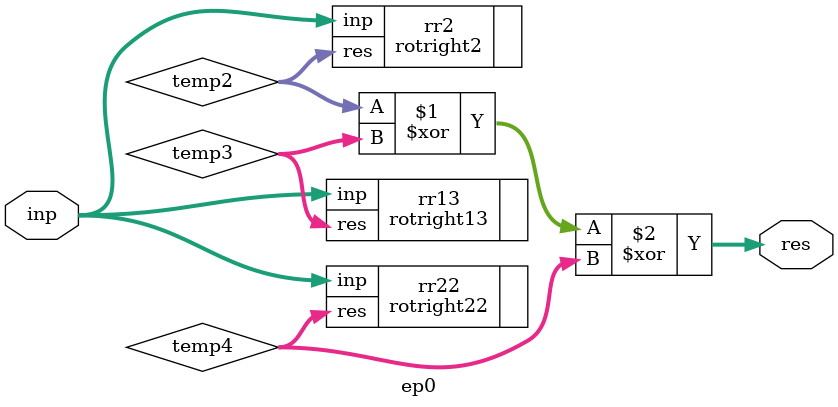
<source format=sv>
module ep0
  ( 
    input  logic [31:0] inp,
    output logic [31:0] res);
   
  logic [31:0] temp2;
  logic [31:0] temp3;
  logic [31:0] temp4;
 
  rotright2 rr2(.inp, .res(temp2));
  rotright13 rr13(.inp, .res(temp3));
  rotright22 rr22(.inp, .res(temp4));
  assign res = temp2 ^ temp3 ^ temp4;
 
endmodule

</source>
